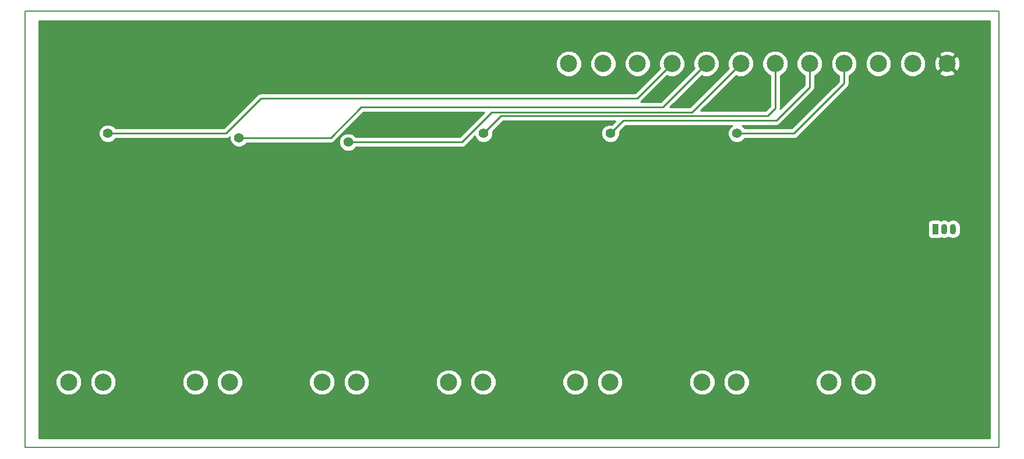
<source format=gbr>
G04 #@! TF.FileFunction,Copper,L2,Bot,Signal*
%FSLAX46Y46*%
G04 Gerber Fmt 4.6, Leading zero omitted, Abs format (unit mm)*
G04 Created by KiCad (PCBNEW 4.0.7) date Sun Jan 28 04:55:33 2018*
%MOMM*%
%LPD*%
G01*
G04 APERTURE LIST*
%ADD10C,0.100000*%
%ADD11C,0.150000*%
%ADD12C,2.500000*%
%ADD13O,0.900000X1.500000*%
%ADD14R,0.900000X1.500000*%
%ADD15C,1.400000*%
%ADD16C,0.250000*%
%ADD17C,0.254000*%
G04 APERTURE END LIST*
D10*
D11*
X106680000Y-33655000D02*
X106680000Y-97155000D01*
X106680000Y-33655000D02*
X248285000Y-33655000D01*
X248285000Y-97155000D02*
X106680000Y-97155000D01*
X248285000Y-33655000D02*
X248285000Y-97155000D01*
D12*
X228520000Y-87630000D03*
X223520000Y-87630000D03*
X240725000Y-41275000D03*
X235725000Y-41275000D03*
X230725000Y-41275000D03*
X225725000Y-41275000D03*
X220725000Y-41275000D03*
X215725000Y-41275000D03*
X210725000Y-41275000D03*
X205725000Y-41275000D03*
X200725000Y-41275000D03*
X195725000Y-41275000D03*
X190725000Y-41275000D03*
X185725000Y-41275000D03*
X210105000Y-87630000D03*
X205105000Y-87630000D03*
X191690000Y-87630000D03*
X186690000Y-87630000D03*
X173275000Y-87630000D03*
X168275000Y-87630000D03*
X154860000Y-87630000D03*
X149860000Y-87630000D03*
X136445000Y-87630000D03*
X131445000Y-87630000D03*
X118030000Y-87630000D03*
X113030000Y-87630000D03*
D13*
X240290000Y-65360000D03*
X241560000Y-65360000D03*
D14*
X239020000Y-65360000D03*
D15*
X226060000Y-66675000D03*
X115570000Y-66040000D03*
X126365000Y-59055000D03*
X133985000Y-66040000D03*
X189230000Y-66040000D03*
X170815000Y-66040000D03*
X143510000Y-59690000D03*
X151765000Y-65405000D03*
X161925000Y-58420000D03*
X180340000Y-58420000D03*
X198755000Y-60325000D03*
X207645000Y-66675000D03*
X218440000Y-59690000D03*
X210185000Y-51435000D03*
X191770000Y-51435000D03*
X173355000Y-51435000D03*
X153670000Y-52705000D03*
X137795000Y-52070000D03*
X118745000Y-51435000D03*
D16*
X126365000Y-59055000D02*
X126365000Y-66040000D01*
X126365000Y-66040000D02*
X140335000Y-80010000D01*
X140335000Y-80010000D02*
X149860000Y-80010000D01*
X133985000Y-66040000D02*
X135890000Y-66040000D01*
X135890000Y-66040000D02*
X149860000Y-80010000D01*
X149860000Y-80010000D02*
X157480000Y-80010000D01*
X189230000Y-66040000D02*
X189230000Y-72390000D01*
X189230000Y-72390000D02*
X181610000Y-80010000D01*
X170815000Y-66040000D02*
X170815000Y-71755000D01*
X170815000Y-71755000D02*
X179070000Y-80010000D01*
X143510000Y-59690000D02*
X143510000Y-66040000D01*
X143510000Y-66040000D02*
X157480000Y-80010000D01*
X157480000Y-80010000D02*
X167005000Y-80010000D01*
X151765000Y-65405000D02*
X166370000Y-80010000D01*
X166370000Y-80010000D02*
X167005000Y-80010000D01*
X167005000Y-80010000D02*
X175895000Y-80010000D01*
X180975000Y-80010000D02*
X180340000Y-80010000D01*
X179070000Y-80010000D02*
X180340000Y-80010000D01*
X175895000Y-80010000D02*
X179070000Y-80010000D01*
X161925000Y-66040000D02*
X175895000Y-80010000D01*
X161925000Y-66040000D02*
X161925000Y-58420000D01*
X180340000Y-58420000D02*
X180340000Y-79375000D01*
X180975000Y-80010000D02*
X181610000Y-80010000D01*
X181610000Y-80010000D02*
X182880000Y-80010000D01*
X180340000Y-79375000D02*
X180975000Y-80010000D01*
X198755000Y-60325000D02*
X198755000Y-64135000D01*
X198755000Y-64135000D02*
X182880000Y-80010000D01*
X207645000Y-66675000D02*
X207645000Y-67310000D01*
X207645000Y-67310000D02*
X194945000Y-80010000D01*
X218440000Y-59690000D02*
X218440000Y-69850000D01*
X208280000Y-80010000D02*
X194945000Y-80010000D01*
X218440000Y-69850000D02*
X208280000Y-80010000D01*
X194945000Y-80010000D02*
X182880000Y-80010000D01*
X218440000Y-59690000D02*
X218420000Y-59670000D01*
X225725000Y-41275000D02*
X225725000Y-44150000D01*
X218440000Y-51435000D02*
X210185000Y-51435000D01*
X225725000Y-44150000D02*
X218440000Y-51435000D01*
X220725000Y-41275000D02*
X220725000Y-44705000D01*
X193675000Y-49530000D02*
X191770000Y-51435000D01*
X215900000Y-49530000D02*
X193675000Y-49530000D01*
X220725000Y-44705000D02*
X215900000Y-49530000D01*
X215725000Y-47800000D02*
X214630000Y-48895000D01*
X214630000Y-48895000D02*
X175895000Y-48895000D01*
X175895000Y-48895000D02*
X173355000Y-51435000D01*
X215725000Y-47800000D02*
X215725000Y-41275000D01*
X153670000Y-52705000D02*
X170180000Y-52705000D01*
X203605002Y-48394998D02*
X210725000Y-41275000D01*
X174490002Y-48394998D02*
X203605002Y-48394998D01*
X170180000Y-52705000D02*
X174490002Y-48394998D01*
X139065000Y-52070000D02*
X151130000Y-52070000D01*
X199375000Y-47625000D02*
X205725000Y-41275000D01*
X155575000Y-47625000D02*
X199375000Y-47625000D01*
X151130000Y-52070000D02*
X155575000Y-47625000D01*
X137795000Y-52070000D02*
X139065000Y-52070000D01*
X139065000Y-52070000D02*
X139700000Y-52070000D01*
X135255000Y-51435000D02*
X135890000Y-51435000D01*
X118745000Y-51435000D02*
X135255000Y-51435000D01*
X195645000Y-46355000D02*
X200725000Y-41275000D01*
X140970000Y-46355000D02*
X195645000Y-46355000D01*
X135890000Y-51435000D02*
X140970000Y-46355000D01*
D17*
G36*
X246888000Y-95758000D02*
X108712000Y-95758000D01*
X108712000Y-88003305D01*
X111144674Y-88003305D01*
X111431043Y-88696372D01*
X111960839Y-89227093D01*
X112653405Y-89514672D01*
X113403305Y-89515326D01*
X114096372Y-89228957D01*
X114627093Y-88699161D01*
X114914672Y-88006595D01*
X114914674Y-88003305D01*
X116144674Y-88003305D01*
X116431043Y-88696372D01*
X116960839Y-89227093D01*
X117653405Y-89514672D01*
X118403305Y-89515326D01*
X119096372Y-89228957D01*
X119627093Y-88699161D01*
X119914672Y-88006595D01*
X119914674Y-88003305D01*
X129559674Y-88003305D01*
X129846043Y-88696372D01*
X130375839Y-89227093D01*
X131068405Y-89514672D01*
X131818305Y-89515326D01*
X132511372Y-89228957D01*
X133042093Y-88699161D01*
X133329672Y-88006595D01*
X133329674Y-88003305D01*
X134559674Y-88003305D01*
X134846043Y-88696372D01*
X135375839Y-89227093D01*
X136068405Y-89514672D01*
X136818305Y-89515326D01*
X137511372Y-89228957D01*
X138042093Y-88699161D01*
X138329672Y-88006595D01*
X138329674Y-88003305D01*
X147974674Y-88003305D01*
X148261043Y-88696372D01*
X148790839Y-89227093D01*
X149483405Y-89514672D01*
X150233305Y-89515326D01*
X150926372Y-89228957D01*
X151457093Y-88699161D01*
X151744672Y-88006595D01*
X151744674Y-88003305D01*
X152974674Y-88003305D01*
X153261043Y-88696372D01*
X153790839Y-89227093D01*
X154483405Y-89514672D01*
X155233305Y-89515326D01*
X155926372Y-89228957D01*
X156457093Y-88699161D01*
X156744672Y-88006595D01*
X156744674Y-88003305D01*
X166389674Y-88003305D01*
X166676043Y-88696372D01*
X167205839Y-89227093D01*
X167898405Y-89514672D01*
X168648305Y-89515326D01*
X169341372Y-89228957D01*
X169872093Y-88699161D01*
X170159672Y-88006595D01*
X170159674Y-88003305D01*
X171389674Y-88003305D01*
X171676043Y-88696372D01*
X172205839Y-89227093D01*
X172898405Y-89514672D01*
X173648305Y-89515326D01*
X174341372Y-89228957D01*
X174872093Y-88699161D01*
X175159672Y-88006595D01*
X175159674Y-88003305D01*
X184804674Y-88003305D01*
X185091043Y-88696372D01*
X185620839Y-89227093D01*
X186313405Y-89514672D01*
X187063305Y-89515326D01*
X187756372Y-89228957D01*
X188287093Y-88699161D01*
X188574672Y-88006595D01*
X188574674Y-88003305D01*
X189804674Y-88003305D01*
X190091043Y-88696372D01*
X190620839Y-89227093D01*
X191313405Y-89514672D01*
X192063305Y-89515326D01*
X192756372Y-89228957D01*
X193287093Y-88699161D01*
X193574672Y-88006595D01*
X193574674Y-88003305D01*
X203219674Y-88003305D01*
X203506043Y-88696372D01*
X204035839Y-89227093D01*
X204728405Y-89514672D01*
X205478305Y-89515326D01*
X206171372Y-89228957D01*
X206702093Y-88699161D01*
X206989672Y-88006595D01*
X206989674Y-88003305D01*
X208219674Y-88003305D01*
X208506043Y-88696372D01*
X209035839Y-89227093D01*
X209728405Y-89514672D01*
X210478305Y-89515326D01*
X211171372Y-89228957D01*
X211702093Y-88699161D01*
X211989672Y-88006595D01*
X211989674Y-88003305D01*
X221634674Y-88003305D01*
X221921043Y-88696372D01*
X222450839Y-89227093D01*
X223143405Y-89514672D01*
X223893305Y-89515326D01*
X224586372Y-89228957D01*
X225117093Y-88699161D01*
X225404672Y-88006595D01*
X225404674Y-88003305D01*
X226634674Y-88003305D01*
X226921043Y-88696372D01*
X227450839Y-89227093D01*
X228143405Y-89514672D01*
X228893305Y-89515326D01*
X229586372Y-89228957D01*
X230117093Y-88699161D01*
X230404672Y-88006595D01*
X230405326Y-87256695D01*
X230118957Y-86563628D01*
X229589161Y-86032907D01*
X228896595Y-85745328D01*
X228146695Y-85744674D01*
X227453628Y-86031043D01*
X226922907Y-86560839D01*
X226635328Y-87253405D01*
X226634674Y-88003305D01*
X225404674Y-88003305D01*
X225405326Y-87256695D01*
X225118957Y-86563628D01*
X224589161Y-86032907D01*
X223896595Y-85745328D01*
X223146695Y-85744674D01*
X222453628Y-86031043D01*
X221922907Y-86560839D01*
X221635328Y-87253405D01*
X221634674Y-88003305D01*
X211989674Y-88003305D01*
X211990326Y-87256695D01*
X211703957Y-86563628D01*
X211174161Y-86032907D01*
X210481595Y-85745328D01*
X209731695Y-85744674D01*
X209038628Y-86031043D01*
X208507907Y-86560839D01*
X208220328Y-87253405D01*
X208219674Y-88003305D01*
X206989674Y-88003305D01*
X206990326Y-87256695D01*
X206703957Y-86563628D01*
X206174161Y-86032907D01*
X205481595Y-85745328D01*
X204731695Y-85744674D01*
X204038628Y-86031043D01*
X203507907Y-86560839D01*
X203220328Y-87253405D01*
X203219674Y-88003305D01*
X193574674Y-88003305D01*
X193575326Y-87256695D01*
X193288957Y-86563628D01*
X192759161Y-86032907D01*
X192066595Y-85745328D01*
X191316695Y-85744674D01*
X190623628Y-86031043D01*
X190092907Y-86560839D01*
X189805328Y-87253405D01*
X189804674Y-88003305D01*
X188574674Y-88003305D01*
X188575326Y-87256695D01*
X188288957Y-86563628D01*
X187759161Y-86032907D01*
X187066595Y-85745328D01*
X186316695Y-85744674D01*
X185623628Y-86031043D01*
X185092907Y-86560839D01*
X184805328Y-87253405D01*
X184804674Y-88003305D01*
X175159674Y-88003305D01*
X175160326Y-87256695D01*
X174873957Y-86563628D01*
X174344161Y-86032907D01*
X173651595Y-85745328D01*
X172901695Y-85744674D01*
X172208628Y-86031043D01*
X171677907Y-86560839D01*
X171390328Y-87253405D01*
X171389674Y-88003305D01*
X170159674Y-88003305D01*
X170160326Y-87256695D01*
X169873957Y-86563628D01*
X169344161Y-86032907D01*
X168651595Y-85745328D01*
X167901695Y-85744674D01*
X167208628Y-86031043D01*
X166677907Y-86560839D01*
X166390328Y-87253405D01*
X166389674Y-88003305D01*
X156744674Y-88003305D01*
X156745326Y-87256695D01*
X156458957Y-86563628D01*
X155929161Y-86032907D01*
X155236595Y-85745328D01*
X154486695Y-85744674D01*
X153793628Y-86031043D01*
X153262907Y-86560839D01*
X152975328Y-87253405D01*
X152974674Y-88003305D01*
X151744674Y-88003305D01*
X151745326Y-87256695D01*
X151458957Y-86563628D01*
X150929161Y-86032907D01*
X150236595Y-85745328D01*
X149486695Y-85744674D01*
X148793628Y-86031043D01*
X148262907Y-86560839D01*
X147975328Y-87253405D01*
X147974674Y-88003305D01*
X138329674Y-88003305D01*
X138330326Y-87256695D01*
X138043957Y-86563628D01*
X137514161Y-86032907D01*
X136821595Y-85745328D01*
X136071695Y-85744674D01*
X135378628Y-86031043D01*
X134847907Y-86560839D01*
X134560328Y-87253405D01*
X134559674Y-88003305D01*
X133329674Y-88003305D01*
X133330326Y-87256695D01*
X133043957Y-86563628D01*
X132514161Y-86032907D01*
X131821595Y-85745328D01*
X131071695Y-85744674D01*
X130378628Y-86031043D01*
X129847907Y-86560839D01*
X129560328Y-87253405D01*
X129559674Y-88003305D01*
X119914674Y-88003305D01*
X119915326Y-87256695D01*
X119628957Y-86563628D01*
X119099161Y-86032907D01*
X118406595Y-85745328D01*
X117656695Y-85744674D01*
X116963628Y-86031043D01*
X116432907Y-86560839D01*
X116145328Y-87253405D01*
X116144674Y-88003305D01*
X114914674Y-88003305D01*
X114915326Y-87256695D01*
X114628957Y-86563628D01*
X114099161Y-86032907D01*
X113406595Y-85745328D01*
X112656695Y-85744674D01*
X111963628Y-86031043D01*
X111432907Y-86560839D01*
X111145328Y-87253405D01*
X111144674Y-88003305D01*
X108712000Y-88003305D01*
X108712000Y-64610000D01*
X237922560Y-64610000D01*
X237922560Y-66110000D01*
X237966838Y-66345317D01*
X238105910Y-66561441D01*
X238318110Y-66706431D01*
X238570000Y-66757440D01*
X239470000Y-66757440D01*
X239705317Y-66713162D01*
X239809655Y-66646022D01*
X239874788Y-66689543D01*
X240290000Y-66772134D01*
X240705212Y-66689543D01*
X240925000Y-66542685D01*
X241144788Y-66689543D01*
X241560000Y-66772134D01*
X241975212Y-66689543D01*
X242327211Y-66454345D01*
X242562409Y-66102346D01*
X242645000Y-65687134D01*
X242645000Y-65032866D01*
X242562409Y-64617654D01*
X242327211Y-64265655D01*
X241975212Y-64030457D01*
X241560000Y-63947866D01*
X241144788Y-64030457D01*
X240925000Y-64177315D01*
X240705212Y-64030457D01*
X240290000Y-63947866D01*
X239874788Y-64030457D01*
X239809981Y-64073759D01*
X239721890Y-64013569D01*
X239470000Y-63962560D01*
X238570000Y-63962560D01*
X238334683Y-64006838D01*
X238118559Y-64145910D01*
X237973569Y-64358110D01*
X237922560Y-64610000D01*
X108712000Y-64610000D01*
X108712000Y-51699383D01*
X117409769Y-51699383D01*
X117612582Y-52190229D01*
X117987796Y-52566098D01*
X118478287Y-52769768D01*
X119009383Y-52770231D01*
X119500229Y-52567418D01*
X119873297Y-52195000D01*
X135890000Y-52195000D01*
X136180839Y-52137148D01*
X136427401Y-51972401D01*
X136460113Y-51939689D01*
X136459769Y-52334383D01*
X136662582Y-52825229D01*
X137037796Y-53201098D01*
X137528287Y-53404768D01*
X138059383Y-53405231D01*
X138550229Y-53202418D01*
X138923297Y-52830000D01*
X151130000Y-52830000D01*
X151420839Y-52772148D01*
X151667401Y-52607401D01*
X155889802Y-48385000D01*
X173425198Y-48385000D01*
X169865198Y-51945000D01*
X154797655Y-51945000D01*
X154427204Y-51573902D01*
X153936713Y-51370232D01*
X153405617Y-51369769D01*
X152914771Y-51572582D01*
X152538902Y-51947796D01*
X152335232Y-52438287D01*
X152334769Y-52969383D01*
X152537582Y-53460229D01*
X152912796Y-53836098D01*
X153403287Y-54039768D01*
X153934383Y-54040231D01*
X154425229Y-53837418D01*
X154798297Y-53465000D01*
X170180000Y-53465000D01*
X170470839Y-53407148D01*
X170717401Y-53242401D01*
X172090131Y-51869671D01*
X172222582Y-52190229D01*
X172597796Y-52566098D01*
X173088287Y-52769768D01*
X173619383Y-52770231D01*
X174110229Y-52567418D01*
X174486098Y-52192204D01*
X174689768Y-51701713D01*
X174690228Y-51174574D01*
X176209802Y-49655000D01*
X192475198Y-49655000D01*
X192029972Y-50100226D01*
X191505617Y-50099769D01*
X191014771Y-50302582D01*
X190638902Y-50677796D01*
X190435232Y-51168287D01*
X190434769Y-51699383D01*
X190637582Y-52190229D01*
X191012796Y-52566098D01*
X191503287Y-52769768D01*
X192034383Y-52770231D01*
X192525229Y-52567418D01*
X192901098Y-52192204D01*
X193104768Y-51701713D01*
X193105228Y-51174574D01*
X193989802Y-50290000D01*
X209460222Y-50290000D01*
X209429771Y-50302582D01*
X209053902Y-50677796D01*
X208850232Y-51168287D01*
X208849769Y-51699383D01*
X209052582Y-52190229D01*
X209427796Y-52566098D01*
X209918287Y-52769768D01*
X210449383Y-52770231D01*
X210940229Y-52567418D01*
X211313297Y-52195000D01*
X218440000Y-52195000D01*
X218730839Y-52137148D01*
X218977401Y-51972401D01*
X226262401Y-44687401D01*
X226427148Y-44440839D01*
X226485000Y-44150000D01*
X226485000Y-43000547D01*
X226791372Y-42873957D01*
X227322093Y-42344161D01*
X227609672Y-41651595D01*
X227609674Y-41648305D01*
X228839674Y-41648305D01*
X229126043Y-42341372D01*
X229655839Y-42872093D01*
X230348405Y-43159672D01*
X231098305Y-43160326D01*
X231791372Y-42873957D01*
X232322093Y-42344161D01*
X232609672Y-41651595D01*
X232609674Y-41648305D01*
X233839674Y-41648305D01*
X234126043Y-42341372D01*
X234655839Y-42872093D01*
X235348405Y-43159672D01*
X236098305Y-43160326D01*
X236791372Y-42873957D01*
X237057472Y-42608320D01*
X239571285Y-42608320D01*
X239700533Y-42901123D01*
X240400806Y-43169388D01*
X241150435Y-43149250D01*
X241749467Y-42901123D01*
X241878715Y-42608320D01*
X240725000Y-41454605D01*
X239571285Y-42608320D01*
X237057472Y-42608320D01*
X237322093Y-42344161D01*
X237609672Y-41651595D01*
X237610283Y-40950806D01*
X238830612Y-40950806D01*
X238850750Y-41700435D01*
X239098877Y-42299467D01*
X239391680Y-42428715D01*
X240545395Y-41275000D01*
X240904605Y-41275000D01*
X242058320Y-42428715D01*
X242351123Y-42299467D01*
X242619388Y-41599194D01*
X242599250Y-40849565D01*
X242351123Y-40250533D01*
X242058320Y-40121285D01*
X240904605Y-41275000D01*
X240545395Y-41275000D01*
X239391680Y-40121285D01*
X239098877Y-40250533D01*
X238830612Y-40950806D01*
X237610283Y-40950806D01*
X237610326Y-40901695D01*
X237323957Y-40208628D01*
X237057475Y-39941680D01*
X239571285Y-39941680D01*
X240725000Y-41095395D01*
X241878715Y-39941680D01*
X241749467Y-39648877D01*
X241049194Y-39380612D01*
X240299565Y-39400750D01*
X239700533Y-39648877D01*
X239571285Y-39941680D01*
X237057475Y-39941680D01*
X236794161Y-39677907D01*
X236101595Y-39390328D01*
X235351695Y-39389674D01*
X234658628Y-39676043D01*
X234127907Y-40205839D01*
X233840328Y-40898405D01*
X233839674Y-41648305D01*
X232609674Y-41648305D01*
X232610326Y-40901695D01*
X232323957Y-40208628D01*
X231794161Y-39677907D01*
X231101595Y-39390328D01*
X230351695Y-39389674D01*
X229658628Y-39676043D01*
X229127907Y-40205839D01*
X228840328Y-40898405D01*
X228839674Y-41648305D01*
X227609674Y-41648305D01*
X227610326Y-40901695D01*
X227323957Y-40208628D01*
X226794161Y-39677907D01*
X226101595Y-39390328D01*
X225351695Y-39389674D01*
X224658628Y-39676043D01*
X224127907Y-40205839D01*
X223840328Y-40898405D01*
X223839674Y-41648305D01*
X224126043Y-42341372D01*
X224655839Y-42872093D01*
X224965000Y-43000468D01*
X224965000Y-43835198D01*
X218125198Y-50675000D01*
X211312655Y-50675000D01*
X210942204Y-50303902D01*
X210908724Y-50290000D01*
X215900000Y-50290000D01*
X216190839Y-50232148D01*
X216437401Y-50067401D01*
X221262401Y-45242401D01*
X221427148Y-44995840D01*
X221436746Y-44947586D01*
X221485000Y-44705000D01*
X221485000Y-43000547D01*
X221791372Y-42873957D01*
X222322093Y-42344161D01*
X222609672Y-41651595D01*
X222610326Y-40901695D01*
X222323957Y-40208628D01*
X221794161Y-39677907D01*
X221101595Y-39390328D01*
X220351695Y-39389674D01*
X219658628Y-39676043D01*
X219127907Y-40205839D01*
X218840328Y-40898405D01*
X218839674Y-41648305D01*
X219126043Y-42341372D01*
X219655839Y-42872093D01*
X219965000Y-43000468D01*
X219965000Y-44390198D01*
X216467569Y-47887629D01*
X216485000Y-47800000D01*
X216485000Y-43000547D01*
X216791372Y-42873957D01*
X217322093Y-42344161D01*
X217609672Y-41651595D01*
X217610326Y-40901695D01*
X217323957Y-40208628D01*
X216794161Y-39677907D01*
X216101595Y-39390328D01*
X215351695Y-39389674D01*
X214658628Y-39676043D01*
X214127907Y-40205839D01*
X213840328Y-40898405D01*
X213839674Y-41648305D01*
X214126043Y-42341372D01*
X214655839Y-42872093D01*
X214965000Y-43000468D01*
X214965000Y-47485198D01*
X214315198Y-48135000D01*
X204939802Y-48135000D01*
X210042255Y-43032547D01*
X210348405Y-43159672D01*
X211098305Y-43160326D01*
X211791372Y-42873957D01*
X212322093Y-42344161D01*
X212609672Y-41651595D01*
X212610326Y-40901695D01*
X212323957Y-40208628D01*
X211794161Y-39677907D01*
X211101595Y-39390328D01*
X210351695Y-39389674D01*
X209658628Y-39676043D01*
X209127907Y-40205839D01*
X208840328Y-40898405D01*
X208839674Y-41648305D01*
X208967509Y-41957689D01*
X203290200Y-47634998D01*
X200439804Y-47634998D01*
X205042255Y-43032547D01*
X205348405Y-43159672D01*
X206098305Y-43160326D01*
X206791372Y-42873957D01*
X207322093Y-42344161D01*
X207609672Y-41651595D01*
X207610326Y-40901695D01*
X207323957Y-40208628D01*
X206794161Y-39677907D01*
X206101595Y-39390328D01*
X205351695Y-39389674D01*
X204658628Y-39676043D01*
X204127907Y-40205839D01*
X203840328Y-40898405D01*
X203839674Y-41648305D01*
X203967509Y-41957689D01*
X199060198Y-46865000D01*
X196209802Y-46865000D01*
X200042255Y-43032547D01*
X200348405Y-43159672D01*
X201098305Y-43160326D01*
X201791372Y-42873957D01*
X202322093Y-42344161D01*
X202609672Y-41651595D01*
X202610326Y-40901695D01*
X202323957Y-40208628D01*
X201794161Y-39677907D01*
X201101595Y-39390328D01*
X200351695Y-39389674D01*
X199658628Y-39676043D01*
X199127907Y-40205839D01*
X198840328Y-40898405D01*
X198839674Y-41648305D01*
X198967509Y-41957689D01*
X195330198Y-45595000D01*
X140970000Y-45595000D01*
X140679161Y-45652852D01*
X140432599Y-45817599D01*
X135575198Y-50675000D01*
X119872655Y-50675000D01*
X119502204Y-50303902D01*
X119011713Y-50100232D01*
X118480617Y-50099769D01*
X117989771Y-50302582D01*
X117613902Y-50677796D01*
X117410232Y-51168287D01*
X117409769Y-51699383D01*
X108712000Y-51699383D01*
X108712000Y-41648305D01*
X183839674Y-41648305D01*
X184126043Y-42341372D01*
X184655839Y-42872093D01*
X185348405Y-43159672D01*
X186098305Y-43160326D01*
X186791372Y-42873957D01*
X187322093Y-42344161D01*
X187609672Y-41651595D01*
X187609674Y-41648305D01*
X188839674Y-41648305D01*
X189126043Y-42341372D01*
X189655839Y-42872093D01*
X190348405Y-43159672D01*
X191098305Y-43160326D01*
X191791372Y-42873957D01*
X192322093Y-42344161D01*
X192609672Y-41651595D01*
X192609674Y-41648305D01*
X193839674Y-41648305D01*
X194126043Y-42341372D01*
X194655839Y-42872093D01*
X195348405Y-43159672D01*
X196098305Y-43160326D01*
X196791372Y-42873957D01*
X197322093Y-42344161D01*
X197609672Y-41651595D01*
X197610326Y-40901695D01*
X197323957Y-40208628D01*
X196794161Y-39677907D01*
X196101595Y-39390328D01*
X195351695Y-39389674D01*
X194658628Y-39676043D01*
X194127907Y-40205839D01*
X193840328Y-40898405D01*
X193839674Y-41648305D01*
X192609674Y-41648305D01*
X192610326Y-40901695D01*
X192323957Y-40208628D01*
X191794161Y-39677907D01*
X191101595Y-39390328D01*
X190351695Y-39389674D01*
X189658628Y-39676043D01*
X189127907Y-40205839D01*
X188840328Y-40898405D01*
X188839674Y-41648305D01*
X187609674Y-41648305D01*
X187610326Y-40901695D01*
X187323957Y-40208628D01*
X186794161Y-39677907D01*
X186101595Y-39390328D01*
X185351695Y-39389674D01*
X184658628Y-39676043D01*
X184127907Y-40205839D01*
X183840328Y-40898405D01*
X183839674Y-41648305D01*
X108712000Y-41648305D01*
X108712000Y-35052000D01*
X246888000Y-35052000D01*
X246888000Y-95758000D01*
X246888000Y-95758000D01*
G37*
X246888000Y-95758000D02*
X108712000Y-95758000D01*
X108712000Y-88003305D01*
X111144674Y-88003305D01*
X111431043Y-88696372D01*
X111960839Y-89227093D01*
X112653405Y-89514672D01*
X113403305Y-89515326D01*
X114096372Y-89228957D01*
X114627093Y-88699161D01*
X114914672Y-88006595D01*
X114914674Y-88003305D01*
X116144674Y-88003305D01*
X116431043Y-88696372D01*
X116960839Y-89227093D01*
X117653405Y-89514672D01*
X118403305Y-89515326D01*
X119096372Y-89228957D01*
X119627093Y-88699161D01*
X119914672Y-88006595D01*
X119914674Y-88003305D01*
X129559674Y-88003305D01*
X129846043Y-88696372D01*
X130375839Y-89227093D01*
X131068405Y-89514672D01*
X131818305Y-89515326D01*
X132511372Y-89228957D01*
X133042093Y-88699161D01*
X133329672Y-88006595D01*
X133329674Y-88003305D01*
X134559674Y-88003305D01*
X134846043Y-88696372D01*
X135375839Y-89227093D01*
X136068405Y-89514672D01*
X136818305Y-89515326D01*
X137511372Y-89228957D01*
X138042093Y-88699161D01*
X138329672Y-88006595D01*
X138329674Y-88003305D01*
X147974674Y-88003305D01*
X148261043Y-88696372D01*
X148790839Y-89227093D01*
X149483405Y-89514672D01*
X150233305Y-89515326D01*
X150926372Y-89228957D01*
X151457093Y-88699161D01*
X151744672Y-88006595D01*
X151744674Y-88003305D01*
X152974674Y-88003305D01*
X153261043Y-88696372D01*
X153790839Y-89227093D01*
X154483405Y-89514672D01*
X155233305Y-89515326D01*
X155926372Y-89228957D01*
X156457093Y-88699161D01*
X156744672Y-88006595D01*
X156744674Y-88003305D01*
X166389674Y-88003305D01*
X166676043Y-88696372D01*
X167205839Y-89227093D01*
X167898405Y-89514672D01*
X168648305Y-89515326D01*
X169341372Y-89228957D01*
X169872093Y-88699161D01*
X170159672Y-88006595D01*
X170159674Y-88003305D01*
X171389674Y-88003305D01*
X171676043Y-88696372D01*
X172205839Y-89227093D01*
X172898405Y-89514672D01*
X173648305Y-89515326D01*
X174341372Y-89228957D01*
X174872093Y-88699161D01*
X175159672Y-88006595D01*
X175159674Y-88003305D01*
X184804674Y-88003305D01*
X185091043Y-88696372D01*
X185620839Y-89227093D01*
X186313405Y-89514672D01*
X187063305Y-89515326D01*
X187756372Y-89228957D01*
X188287093Y-88699161D01*
X188574672Y-88006595D01*
X188574674Y-88003305D01*
X189804674Y-88003305D01*
X190091043Y-88696372D01*
X190620839Y-89227093D01*
X191313405Y-89514672D01*
X192063305Y-89515326D01*
X192756372Y-89228957D01*
X193287093Y-88699161D01*
X193574672Y-88006595D01*
X193574674Y-88003305D01*
X203219674Y-88003305D01*
X203506043Y-88696372D01*
X204035839Y-89227093D01*
X204728405Y-89514672D01*
X205478305Y-89515326D01*
X206171372Y-89228957D01*
X206702093Y-88699161D01*
X206989672Y-88006595D01*
X206989674Y-88003305D01*
X208219674Y-88003305D01*
X208506043Y-88696372D01*
X209035839Y-89227093D01*
X209728405Y-89514672D01*
X210478305Y-89515326D01*
X211171372Y-89228957D01*
X211702093Y-88699161D01*
X211989672Y-88006595D01*
X211989674Y-88003305D01*
X221634674Y-88003305D01*
X221921043Y-88696372D01*
X222450839Y-89227093D01*
X223143405Y-89514672D01*
X223893305Y-89515326D01*
X224586372Y-89228957D01*
X225117093Y-88699161D01*
X225404672Y-88006595D01*
X225404674Y-88003305D01*
X226634674Y-88003305D01*
X226921043Y-88696372D01*
X227450839Y-89227093D01*
X228143405Y-89514672D01*
X228893305Y-89515326D01*
X229586372Y-89228957D01*
X230117093Y-88699161D01*
X230404672Y-88006595D01*
X230405326Y-87256695D01*
X230118957Y-86563628D01*
X229589161Y-86032907D01*
X228896595Y-85745328D01*
X228146695Y-85744674D01*
X227453628Y-86031043D01*
X226922907Y-86560839D01*
X226635328Y-87253405D01*
X226634674Y-88003305D01*
X225404674Y-88003305D01*
X225405326Y-87256695D01*
X225118957Y-86563628D01*
X224589161Y-86032907D01*
X223896595Y-85745328D01*
X223146695Y-85744674D01*
X222453628Y-86031043D01*
X221922907Y-86560839D01*
X221635328Y-87253405D01*
X221634674Y-88003305D01*
X211989674Y-88003305D01*
X211990326Y-87256695D01*
X211703957Y-86563628D01*
X211174161Y-86032907D01*
X210481595Y-85745328D01*
X209731695Y-85744674D01*
X209038628Y-86031043D01*
X208507907Y-86560839D01*
X208220328Y-87253405D01*
X208219674Y-88003305D01*
X206989674Y-88003305D01*
X206990326Y-87256695D01*
X206703957Y-86563628D01*
X206174161Y-86032907D01*
X205481595Y-85745328D01*
X204731695Y-85744674D01*
X204038628Y-86031043D01*
X203507907Y-86560839D01*
X203220328Y-87253405D01*
X203219674Y-88003305D01*
X193574674Y-88003305D01*
X193575326Y-87256695D01*
X193288957Y-86563628D01*
X192759161Y-86032907D01*
X192066595Y-85745328D01*
X191316695Y-85744674D01*
X190623628Y-86031043D01*
X190092907Y-86560839D01*
X189805328Y-87253405D01*
X189804674Y-88003305D01*
X188574674Y-88003305D01*
X188575326Y-87256695D01*
X188288957Y-86563628D01*
X187759161Y-86032907D01*
X187066595Y-85745328D01*
X186316695Y-85744674D01*
X185623628Y-86031043D01*
X185092907Y-86560839D01*
X184805328Y-87253405D01*
X184804674Y-88003305D01*
X175159674Y-88003305D01*
X175160326Y-87256695D01*
X174873957Y-86563628D01*
X174344161Y-86032907D01*
X173651595Y-85745328D01*
X172901695Y-85744674D01*
X172208628Y-86031043D01*
X171677907Y-86560839D01*
X171390328Y-87253405D01*
X171389674Y-88003305D01*
X170159674Y-88003305D01*
X170160326Y-87256695D01*
X169873957Y-86563628D01*
X169344161Y-86032907D01*
X168651595Y-85745328D01*
X167901695Y-85744674D01*
X167208628Y-86031043D01*
X166677907Y-86560839D01*
X166390328Y-87253405D01*
X166389674Y-88003305D01*
X156744674Y-88003305D01*
X156745326Y-87256695D01*
X156458957Y-86563628D01*
X155929161Y-86032907D01*
X155236595Y-85745328D01*
X154486695Y-85744674D01*
X153793628Y-86031043D01*
X153262907Y-86560839D01*
X152975328Y-87253405D01*
X152974674Y-88003305D01*
X151744674Y-88003305D01*
X151745326Y-87256695D01*
X151458957Y-86563628D01*
X150929161Y-86032907D01*
X150236595Y-85745328D01*
X149486695Y-85744674D01*
X148793628Y-86031043D01*
X148262907Y-86560839D01*
X147975328Y-87253405D01*
X147974674Y-88003305D01*
X138329674Y-88003305D01*
X138330326Y-87256695D01*
X138043957Y-86563628D01*
X137514161Y-86032907D01*
X136821595Y-85745328D01*
X136071695Y-85744674D01*
X135378628Y-86031043D01*
X134847907Y-86560839D01*
X134560328Y-87253405D01*
X134559674Y-88003305D01*
X133329674Y-88003305D01*
X133330326Y-87256695D01*
X133043957Y-86563628D01*
X132514161Y-86032907D01*
X131821595Y-85745328D01*
X131071695Y-85744674D01*
X130378628Y-86031043D01*
X129847907Y-86560839D01*
X129560328Y-87253405D01*
X129559674Y-88003305D01*
X119914674Y-88003305D01*
X119915326Y-87256695D01*
X119628957Y-86563628D01*
X119099161Y-86032907D01*
X118406595Y-85745328D01*
X117656695Y-85744674D01*
X116963628Y-86031043D01*
X116432907Y-86560839D01*
X116145328Y-87253405D01*
X116144674Y-88003305D01*
X114914674Y-88003305D01*
X114915326Y-87256695D01*
X114628957Y-86563628D01*
X114099161Y-86032907D01*
X113406595Y-85745328D01*
X112656695Y-85744674D01*
X111963628Y-86031043D01*
X111432907Y-86560839D01*
X111145328Y-87253405D01*
X111144674Y-88003305D01*
X108712000Y-88003305D01*
X108712000Y-64610000D01*
X237922560Y-64610000D01*
X237922560Y-66110000D01*
X237966838Y-66345317D01*
X238105910Y-66561441D01*
X238318110Y-66706431D01*
X238570000Y-66757440D01*
X239470000Y-66757440D01*
X239705317Y-66713162D01*
X239809655Y-66646022D01*
X239874788Y-66689543D01*
X240290000Y-66772134D01*
X240705212Y-66689543D01*
X240925000Y-66542685D01*
X241144788Y-66689543D01*
X241560000Y-66772134D01*
X241975212Y-66689543D01*
X242327211Y-66454345D01*
X242562409Y-66102346D01*
X242645000Y-65687134D01*
X242645000Y-65032866D01*
X242562409Y-64617654D01*
X242327211Y-64265655D01*
X241975212Y-64030457D01*
X241560000Y-63947866D01*
X241144788Y-64030457D01*
X240925000Y-64177315D01*
X240705212Y-64030457D01*
X240290000Y-63947866D01*
X239874788Y-64030457D01*
X239809981Y-64073759D01*
X239721890Y-64013569D01*
X239470000Y-63962560D01*
X238570000Y-63962560D01*
X238334683Y-64006838D01*
X238118559Y-64145910D01*
X237973569Y-64358110D01*
X237922560Y-64610000D01*
X108712000Y-64610000D01*
X108712000Y-51699383D01*
X117409769Y-51699383D01*
X117612582Y-52190229D01*
X117987796Y-52566098D01*
X118478287Y-52769768D01*
X119009383Y-52770231D01*
X119500229Y-52567418D01*
X119873297Y-52195000D01*
X135890000Y-52195000D01*
X136180839Y-52137148D01*
X136427401Y-51972401D01*
X136460113Y-51939689D01*
X136459769Y-52334383D01*
X136662582Y-52825229D01*
X137037796Y-53201098D01*
X137528287Y-53404768D01*
X138059383Y-53405231D01*
X138550229Y-53202418D01*
X138923297Y-52830000D01*
X151130000Y-52830000D01*
X151420839Y-52772148D01*
X151667401Y-52607401D01*
X155889802Y-48385000D01*
X173425198Y-48385000D01*
X169865198Y-51945000D01*
X154797655Y-51945000D01*
X154427204Y-51573902D01*
X153936713Y-51370232D01*
X153405617Y-51369769D01*
X152914771Y-51572582D01*
X152538902Y-51947796D01*
X152335232Y-52438287D01*
X152334769Y-52969383D01*
X152537582Y-53460229D01*
X152912796Y-53836098D01*
X153403287Y-54039768D01*
X153934383Y-54040231D01*
X154425229Y-53837418D01*
X154798297Y-53465000D01*
X170180000Y-53465000D01*
X170470839Y-53407148D01*
X170717401Y-53242401D01*
X172090131Y-51869671D01*
X172222582Y-52190229D01*
X172597796Y-52566098D01*
X173088287Y-52769768D01*
X173619383Y-52770231D01*
X174110229Y-52567418D01*
X174486098Y-52192204D01*
X174689768Y-51701713D01*
X174690228Y-51174574D01*
X176209802Y-49655000D01*
X192475198Y-49655000D01*
X192029972Y-50100226D01*
X191505617Y-50099769D01*
X191014771Y-50302582D01*
X190638902Y-50677796D01*
X190435232Y-51168287D01*
X190434769Y-51699383D01*
X190637582Y-52190229D01*
X191012796Y-52566098D01*
X191503287Y-52769768D01*
X192034383Y-52770231D01*
X192525229Y-52567418D01*
X192901098Y-52192204D01*
X193104768Y-51701713D01*
X193105228Y-51174574D01*
X193989802Y-50290000D01*
X209460222Y-50290000D01*
X209429771Y-50302582D01*
X209053902Y-50677796D01*
X208850232Y-51168287D01*
X208849769Y-51699383D01*
X209052582Y-52190229D01*
X209427796Y-52566098D01*
X209918287Y-52769768D01*
X210449383Y-52770231D01*
X210940229Y-52567418D01*
X211313297Y-52195000D01*
X218440000Y-52195000D01*
X218730839Y-52137148D01*
X218977401Y-51972401D01*
X226262401Y-44687401D01*
X226427148Y-44440839D01*
X226485000Y-44150000D01*
X226485000Y-43000547D01*
X226791372Y-42873957D01*
X227322093Y-42344161D01*
X227609672Y-41651595D01*
X227609674Y-41648305D01*
X228839674Y-41648305D01*
X229126043Y-42341372D01*
X229655839Y-42872093D01*
X230348405Y-43159672D01*
X231098305Y-43160326D01*
X231791372Y-42873957D01*
X232322093Y-42344161D01*
X232609672Y-41651595D01*
X232609674Y-41648305D01*
X233839674Y-41648305D01*
X234126043Y-42341372D01*
X234655839Y-42872093D01*
X235348405Y-43159672D01*
X236098305Y-43160326D01*
X236791372Y-42873957D01*
X237057472Y-42608320D01*
X239571285Y-42608320D01*
X239700533Y-42901123D01*
X240400806Y-43169388D01*
X241150435Y-43149250D01*
X241749467Y-42901123D01*
X241878715Y-42608320D01*
X240725000Y-41454605D01*
X239571285Y-42608320D01*
X237057472Y-42608320D01*
X237322093Y-42344161D01*
X237609672Y-41651595D01*
X237610283Y-40950806D01*
X238830612Y-40950806D01*
X238850750Y-41700435D01*
X239098877Y-42299467D01*
X239391680Y-42428715D01*
X240545395Y-41275000D01*
X240904605Y-41275000D01*
X242058320Y-42428715D01*
X242351123Y-42299467D01*
X242619388Y-41599194D01*
X242599250Y-40849565D01*
X242351123Y-40250533D01*
X242058320Y-40121285D01*
X240904605Y-41275000D01*
X240545395Y-41275000D01*
X239391680Y-40121285D01*
X239098877Y-40250533D01*
X238830612Y-40950806D01*
X237610283Y-40950806D01*
X237610326Y-40901695D01*
X237323957Y-40208628D01*
X237057475Y-39941680D01*
X239571285Y-39941680D01*
X240725000Y-41095395D01*
X241878715Y-39941680D01*
X241749467Y-39648877D01*
X241049194Y-39380612D01*
X240299565Y-39400750D01*
X239700533Y-39648877D01*
X239571285Y-39941680D01*
X237057475Y-39941680D01*
X236794161Y-39677907D01*
X236101595Y-39390328D01*
X235351695Y-39389674D01*
X234658628Y-39676043D01*
X234127907Y-40205839D01*
X233840328Y-40898405D01*
X233839674Y-41648305D01*
X232609674Y-41648305D01*
X232610326Y-40901695D01*
X232323957Y-40208628D01*
X231794161Y-39677907D01*
X231101595Y-39390328D01*
X230351695Y-39389674D01*
X229658628Y-39676043D01*
X229127907Y-40205839D01*
X228840328Y-40898405D01*
X228839674Y-41648305D01*
X227609674Y-41648305D01*
X227610326Y-40901695D01*
X227323957Y-40208628D01*
X226794161Y-39677907D01*
X226101595Y-39390328D01*
X225351695Y-39389674D01*
X224658628Y-39676043D01*
X224127907Y-40205839D01*
X223840328Y-40898405D01*
X223839674Y-41648305D01*
X224126043Y-42341372D01*
X224655839Y-42872093D01*
X224965000Y-43000468D01*
X224965000Y-43835198D01*
X218125198Y-50675000D01*
X211312655Y-50675000D01*
X210942204Y-50303902D01*
X210908724Y-50290000D01*
X215900000Y-50290000D01*
X216190839Y-50232148D01*
X216437401Y-50067401D01*
X221262401Y-45242401D01*
X221427148Y-44995840D01*
X221436746Y-44947586D01*
X221485000Y-44705000D01*
X221485000Y-43000547D01*
X221791372Y-42873957D01*
X222322093Y-42344161D01*
X222609672Y-41651595D01*
X222610326Y-40901695D01*
X222323957Y-40208628D01*
X221794161Y-39677907D01*
X221101595Y-39390328D01*
X220351695Y-39389674D01*
X219658628Y-39676043D01*
X219127907Y-40205839D01*
X218840328Y-40898405D01*
X218839674Y-41648305D01*
X219126043Y-42341372D01*
X219655839Y-42872093D01*
X219965000Y-43000468D01*
X219965000Y-44390198D01*
X216467569Y-47887629D01*
X216485000Y-47800000D01*
X216485000Y-43000547D01*
X216791372Y-42873957D01*
X217322093Y-42344161D01*
X217609672Y-41651595D01*
X217610326Y-40901695D01*
X217323957Y-40208628D01*
X216794161Y-39677907D01*
X216101595Y-39390328D01*
X215351695Y-39389674D01*
X214658628Y-39676043D01*
X214127907Y-40205839D01*
X213840328Y-40898405D01*
X213839674Y-41648305D01*
X214126043Y-42341372D01*
X214655839Y-42872093D01*
X214965000Y-43000468D01*
X214965000Y-47485198D01*
X214315198Y-48135000D01*
X204939802Y-48135000D01*
X210042255Y-43032547D01*
X210348405Y-43159672D01*
X211098305Y-43160326D01*
X211791372Y-42873957D01*
X212322093Y-42344161D01*
X212609672Y-41651595D01*
X212610326Y-40901695D01*
X212323957Y-40208628D01*
X211794161Y-39677907D01*
X211101595Y-39390328D01*
X210351695Y-39389674D01*
X209658628Y-39676043D01*
X209127907Y-40205839D01*
X208840328Y-40898405D01*
X208839674Y-41648305D01*
X208967509Y-41957689D01*
X203290200Y-47634998D01*
X200439804Y-47634998D01*
X205042255Y-43032547D01*
X205348405Y-43159672D01*
X206098305Y-43160326D01*
X206791372Y-42873957D01*
X207322093Y-42344161D01*
X207609672Y-41651595D01*
X207610326Y-40901695D01*
X207323957Y-40208628D01*
X206794161Y-39677907D01*
X206101595Y-39390328D01*
X205351695Y-39389674D01*
X204658628Y-39676043D01*
X204127907Y-40205839D01*
X203840328Y-40898405D01*
X203839674Y-41648305D01*
X203967509Y-41957689D01*
X199060198Y-46865000D01*
X196209802Y-46865000D01*
X200042255Y-43032547D01*
X200348405Y-43159672D01*
X201098305Y-43160326D01*
X201791372Y-42873957D01*
X202322093Y-42344161D01*
X202609672Y-41651595D01*
X202610326Y-40901695D01*
X202323957Y-40208628D01*
X201794161Y-39677907D01*
X201101595Y-39390328D01*
X200351695Y-39389674D01*
X199658628Y-39676043D01*
X199127907Y-40205839D01*
X198840328Y-40898405D01*
X198839674Y-41648305D01*
X198967509Y-41957689D01*
X195330198Y-45595000D01*
X140970000Y-45595000D01*
X140679161Y-45652852D01*
X140432599Y-45817599D01*
X135575198Y-50675000D01*
X119872655Y-50675000D01*
X119502204Y-50303902D01*
X119011713Y-50100232D01*
X118480617Y-50099769D01*
X117989771Y-50302582D01*
X117613902Y-50677796D01*
X117410232Y-51168287D01*
X117409769Y-51699383D01*
X108712000Y-51699383D01*
X108712000Y-41648305D01*
X183839674Y-41648305D01*
X184126043Y-42341372D01*
X184655839Y-42872093D01*
X185348405Y-43159672D01*
X186098305Y-43160326D01*
X186791372Y-42873957D01*
X187322093Y-42344161D01*
X187609672Y-41651595D01*
X187609674Y-41648305D01*
X188839674Y-41648305D01*
X189126043Y-42341372D01*
X189655839Y-42872093D01*
X190348405Y-43159672D01*
X191098305Y-43160326D01*
X191791372Y-42873957D01*
X192322093Y-42344161D01*
X192609672Y-41651595D01*
X192609674Y-41648305D01*
X193839674Y-41648305D01*
X194126043Y-42341372D01*
X194655839Y-42872093D01*
X195348405Y-43159672D01*
X196098305Y-43160326D01*
X196791372Y-42873957D01*
X197322093Y-42344161D01*
X197609672Y-41651595D01*
X197610326Y-40901695D01*
X197323957Y-40208628D01*
X196794161Y-39677907D01*
X196101595Y-39390328D01*
X195351695Y-39389674D01*
X194658628Y-39676043D01*
X194127907Y-40205839D01*
X193840328Y-40898405D01*
X193839674Y-41648305D01*
X192609674Y-41648305D01*
X192610326Y-40901695D01*
X192323957Y-40208628D01*
X191794161Y-39677907D01*
X191101595Y-39390328D01*
X190351695Y-39389674D01*
X189658628Y-39676043D01*
X189127907Y-40205839D01*
X188840328Y-40898405D01*
X188839674Y-41648305D01*
X187609674Y-41648305D01*
X187610326Y-40901695D01*
X187323957Y-40208628D01*
X186794161Y-39677907D01*
X186101595Y-39390328D01*
X185351695Y-39389674D01*
X184658628Y-39676043D01*
X184127907Y-40205839D01*
X183840328Y-40898405D01*
X183839674Y-41648305D01*
X108712000Y-41648305D01*
X108712000Y-35052000D01*
X246888000Y-35052000D01*
X246888000Y-95758000D01*
M02*

</source>
